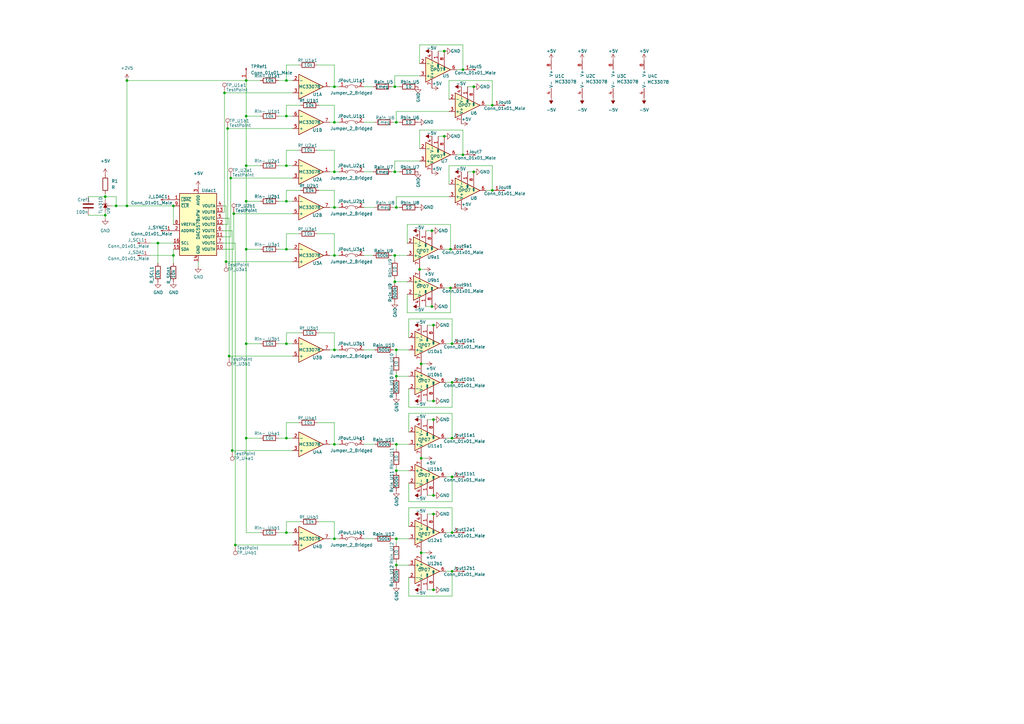
<source format=kicad_sch>
(kicad_sch (version 20211123) (generator eeschema)
  (paper "A3")
  (junction (at 194.31 35.56))
  (junction (at 185.42 218.44))
  (junction (at 161.925 70.485))
  (junction (at 95.25 184.785))
  (junction (at 185.42 195.58))
  (junction (at 172.72 226.695))
  (junction (at 177.8 241.935))
  (junction (at 162.56 231.775))
  (junction (at 184.785 102.235))
  (junction (at 117.475 179.705))
  (junction (at 185.42 179.705))
  (junction (at 137.16 143.51))
  (junction (at 177.8 133.35))
  (junction (at 161.925 115.57))
  (junction (at 117.475 33.02))
  (junction (at 93.98 146.05))
  (junction (at 100.965 102.235))
  (junction (at 117.475 67.945))
  (junction (at 189.865 28.575))
  (junction (at 172.085 110.49))
  (junction (at 117.475 140.97))
  (junction (at 137.16 85.09))
  (junction (at 47.625 84.455))
  (junction (at 162.56 182.245))
  (junction (at 92.075 38.1))
  (junction (at 162.56 220.98))
  (junction (at 92.71 107.315))
  (junction (at 182.245 20.955))
  (junction (at 96.52 223.52))
  (junction (at 117.475 218.44))
  (junction (at 117.475 102.235))
  (junction (at 100.965 82.55))
  (junction (at 185.42 234.315))
  (junction (at 182.245 55.88))
  (junction (at 185.42 140.97))
  (junction (at 189.865 63.5))
  (junction (at 100.965 33.02))
  (junction (at 184.785 118.11))
  (junction (at 100.965 47.625))
  (junction (at 162.56 50.165))
  (junction (at 201.93 78.105))
  (junction (at 177.8 210.82))
  (junction (at 93.345 52.705))
  (junction (at 172.72 187.96))
  (junction (at 94.615 73.025))
  (junction (at 161.925 35.56))
  (junction (at 52.07 33.02))
  (junction (at 137.16 50.165))
  (junction (at 95.885 87.63))
  (junction (at 177.165 94.615))
  (junction (at 71.12 104.775))
  (junction (at 100.965 67.945))
  (junction (at 43.18 80.645))
  (junction (at 137.16 70.485))
  (junction (at 137.16 104.775))
  (junction (at 177.8 164.465))
  (junction (at 137.16 220.98))
  (junction (at 177.165 125.73))
  (junction (at 172.72 149.225))
  (junction (at 194.31 70.485))
  (junction (at 162.56 143.51))
  (junction (at 52.07 84.455))
  (junction (at 117.475 82.55))
  (junction (at 162.56 85.09))
  (junction (at 177.8 203.2))
  (junction (at 71.12 84.455))
  (junction (at 43.18 88.265))
  (junction (at 185.42 156.845))
  (junction (at 162.56 193.04))
  (junction (at 161.925 104.775))
  (junction (at 100.965 179.705))
  (junction (at 201.93 43.18))
  (junction (at 117.475 47.625))
  (junction (at 64.77 99.695))
  (junction (at 137.16 35.56))
  (junction (at 100.965 140.97))
  (junction (at 177.8 172.085))
  (junction (at 162.56 154.305))
  (junction (at 137.16 182.245))
  (wire (pts (xy 174.625 226.695) (xy 172.72 226.695)))
  (wire (pts (xy 161.29 220.98) (xy 162.56 220.98)))
  (wire (pts (xy 175.26 210.82) (xy 177.8 210.82)))
  (wire (pts (xy 130.175 173.355) (xy 137.16 173.355)))
  (wire (pts (xy 161.925 66.04) (xy 172.085 66.04)))
  (wire (pts (xy 100.965 179.705) (xy 100.965 140.97)))
  (wire (pts (xy 117.475 213.995) (xy 123.19 213.995)))
  (wire (pts (xy 174.625 125.73) (xy 177.165 125.73)))
  (wire (pts (xy 185.42 179.705) (xy 185.42 169.545)))
  (wire (pts (xy 185.42 169.545) (xy 167.64 169.545)))
  (wire (pts (xy 201.93 33.02) (xy 184.15 33.02)))
  (wire (pts (xy 135.255 50.165) (xy 137.16 50.165)))
  (wire (pts (xy 94.615 73.025) (xy 94.615 97.155)))
  (wire (pts (xy 117.475 78.105) (xy 117.475 82.55)))
  (wire (pts (xy 117.475 43.18) (xy 123.19 43.18)))
  (wire (pts (xy 199.39 78.105) (xy 201.93 78.105)))
  (wire (pts (xy 175.26 203.2) (xy 177.8 203.2)))
  (wire (pts (xy 162.56 191.77) (xy 162.56 193.04)))
  (wire (pts (xy 43.18 80.645) (xy 43.18 81.915)))
  (wire (pts (xy 137.16 61.595) (xy 137.16 70.485)))
  (wire (pts (xy 167.64 138.43) (xy 167.64 130.81)))
  (wire (pts (xy 137.16 35.56) (xy 135.255 35.56)))
  (wire (pts (xy 172.72 148.59) (xy 172.72 149.225)))
  (wire (pts (xy 184.785 92.075) (xy 167.005 92.075)))
  (wire (pts (xy 100.965 102.235) (xy 106.68 102.235)))
  (wire (pts (xy 184.785 118.11) (xy 184.785 128.27)))
  (wire (pts (xy 184.785 102.235) (xy 184.785 92.075)))
  (wire (pts (xy 172.085 26.035) (xy 172.085 18.415)))
  (wire (pts (xy 45.72 84.455) (xy 47.625 84.455)))
  (wire (pts (xy 162.56 230.505) (xy 162.56 231.775)))
  (wire (pts (xy 139.065 182.245) (xy 137.16 182.245)))
  (wire (pts (xy 43.18 79.375) (xy 43.18 80.645)))
  (wire (pts (xy 161.925 114.3) (xy 161.925 115.57)))
  (wire (pts (xy 100.965 47.625) (xy 106.68 47.625)))
  (wire (pts (xy 185.42 167.005) (xy 167.64 167.005)))
  (wire (pts (xy 139.065 104.775) (xy 137.16 104.775)))
  (wire (pts (xy 149.225 50.165) (xy 153.67 50.165)))
  (wire (pts (xy 162.56 45.72) (xy 184.15 45.72)))
  (wire (pts (xy 61.595 104.775) (xy 71.12 104.775)))
  (wire (pts (xy 201.93 67.945) (xy 184.15 67.945)))
  (wire (pts (xy 117.475 179.705) (xy 120.015 179.705)))
  (wire (pts (xy 71.12 102.235) (xy 71.12 104.775)))
  (wire (pts (xy 117.475 43.18) (xy 117.475 47.625)))
  (wire (pts (xy 61.595 99.695) (xy 64.77 99.695)))
  (wire (pts (xy 160.655 35.56) (xy 161.925 35.56)))
  (wire (pts (xy 114.3 140.97) (xy 117.475 140.97)))
  (wire (pts (xy 137.16 50.165) (xy 139.065 50.165)))
  (wire (pts (xy 189.865 18.415) (xy 172.085 18.415)))
  (wire (pts (xy 189.865 28.575) (xy 189.865 18.415)))
  (wire (pts (xy 117.475 33.02) (xy 120.015 33.02)))
  (wire (pts (xy 185.42 130.81) (xy 167.64 130.81)))
  (wire (pts (xy 64.77 99.695) (xy 71.12 99.695)))
  (wire (pts (xy 167.64 198.12) (xy 167.64 205.74)))
  (wire (pts (xy 162.56 50.165) (xy 163.83 50.165)))
  (wire (pts (xy 122.555 61.595) (xy 117.475 61.595)))
  (wire (pts (xy 43.18 88.265) (xy 43.18 89.535)))
  (wire (pts (xy 161.29 143.51) (xy 162.56 143.51)))
  (wire (pts (xy 100.965 179.705) (xy 100.965 218.44)))
  (wire (pts (xy 36.195 88.265) (xy 43.18 88.265)))
  (wire (pts (xy 100.965 67.945) (xy 100.965 82.55)))
  (wire (pts (xy 91.44 94.615) (xy 95.25 94.615)))
  (wire (pts (xy 182.88 218.44) (xy 185.42 218.44)))
  (wire (pts (xy 161.925 115.57) (xy 167.005 115.57)))
  (wire (pts (xy 179.705 20.955) (xy 182.245 20.955)))
  (wire (pts (xy 135.255 85.09) (xy 137.16 85.09)))
  (wire (pts (xy 162.56 143.51) (xy 167.64 143.51)))
  (wire (pts (xy 100.965 33.02) (xy 106.68 33.02)))
  (wire (pts (xy 161.925 104.775) (xy 161.925 106.68)))
  (wire (pts (xy 182.245 118.11) (xy 184.785 118.11)))
  (wire (pts (xy 179.705 55.88) (xy 182.245 55.88)))
  (wire (pts (xy 93.345 52.705) (xy 120.015 52.705)))
  (wire (pts (xy 100.965 82.55) (xy 106.68 82.55)))
  (wire (pts (xy 117.475 173.355) (xy 117.475 179.705)))
  (wire (pts (xy 172.72 187.325) (xy 172.72 187.96)))
  (wire (pts (xy 117.475 47.625) (xy 120.015 47.625)))
  (wire (pts (xy 92.71 84.455) (xy 92.71 107.315)))
  (wire (pts (xy 92.075 38.1) (xy 92.075 86.995)))
  (wire (pts (xy 92.71 107.315) (xy 120.015 107.315)))
  (wire (pts (xy 149.225 104.775) (xy 153.035 104.775)))
  (wire (pts (xy 100.965 33.02) (xy 100.965 47.625)))
  (wire (pts (xy 174.625 187.96) (xy 172.72 187.96)))
  (wire (pts (xy 93.345 52.705) (xy 93.345 92.075)))
  (wire (pts (xy 114.3 47.625) (xy 117.475 47.625)))
  (wire (pts (xy 167.64 236.855) (xy 167.64 244.475)))
  (wire (pts (xy 71.12 104.775) (xy 71.12 107.95)))
  (wire (pts (xy 130.175 26.67) (xy 137.16 26.67)))
  (wire (pts (xy 95.885 102.235) (xy 95.885 87.63)))
  (wire (pts (xy 175.26 164.465) (xy 177.8 164.465)))
  (wire (pts (xy 149.225 143.51) (xy 153.67 143.51)))
  (wire (pts (xy 137.16 26.67) (xy 137.16 35.56)))
  (wire (pts (xy 92.075 38.1) (xy 120.015 38.1)))
  (wire (pts (xy 117.475 102.235) (xy 120.015 102.235)))
  (wire (pts (xy 100.965 82.55) (xy 100.965 102.235)))
  (wire (pts (xy 187.325 28.575) (xy 189.865 28.575)))
  (wire (pts (xy 185.42 234.315) (xy 185.42 244.475)))
  (wire (pts (xy 172.72 226.06) (xy 172.72 226.695)))
  (wire (pts (xy 175.26 241.935) (xy 177.8 241.935)))
  (wire (pts (xy 167.64 177.165) (xy 167.64 169.545)))
  (wire (pts (xy 95.25 94.615) (xy 95.25 184.785)))
  (wire (pts (xy 184.15 40.64) (xy 184.15 33.02)))
  (wire (pts (xy 100.965 179.705) (xy 106.68 179.705)))
  (wire (pts (xy 162.56 143.51) (xy 162.56 145.415)))
  (wire (pts (xy 174.625 149.225) (xy 172.72 149.225)))
  (wire (pts (xy 161.29 50.165) (xy 162.56 50.165)))
  (wire (pts (xy 117.475 213.995) (xy 117.475 218.44)))
  (wire (pts (xy 191.77 70.485) (xy 194.31 70.485)))
  (wire (pts (xy 117.475 140.97) (xy 120.015 140.97)))
  (wire (pts (xy 185.42 244.475) (xy 167.64 244.475)))
  (wire (pts (xy 201.93 43.18) (xy 201.93 33.02)))
  (wire (pts (xy 160.655 104.775) (xy 161.925 104.775)))
  (wire (pts (xy 137.16 173.355) (xy 137.16 182.245)))
  (wire (pts (xy 189.865 53.34) (xy 172.085 53.34)))
  (wire (pts (xy 71.12 84.455) (xy 71.12 92.075)))
  (wire (pts (xy 162.56 193.04) (xy 162.56 193.675)))
  (wire (pts (xy 167.64 215.9) (xy 167.64 208.28)))
  (wire (pts (xy 95.885 87.63) (xy 120.015 87.63)))
  (wire (pts (xy 162.56 220.98) (xy 162.56 222.885)))
  (wire (pts (xy 191.77 35.56) (xy 194.31 35.56)))
  (wire (pts (xy 137.16 104.775) (xy 135.255 104.775)))
  (wire (pts (xy 185.42 205.74) (xy 167.64 205.74)))
  (wire (pts (xy 91.44 97.155) (xy 94.615 97.155)))
  (wire (pts (xy 114.3 82.55) (xy 117.475 82.55)))
  (wire (pts (xy 162.56 80.645) (xy 162.56 85.09)))
  (wire (pts (xy 185.42 208.28) (xy 167.64 208.28)))
  (wire (pts (xy 162.56 45.72) (xy 162.56 50.165)))
  (wire (pts (xy 117.475 26.67) (xy 117.475 33.02)))
  (wire (pts (xy 174.625 94.615) (xy 177.165 94.615)))
  (wire (pts (xy 182.88 234.315) (xy 185.42 234.315)))
  (wire (pts (xy 100.965 140.97) (xy 100.965 102.235)))
  (wire (pts (xy 184.15 75.565) (xy 184.15 67.945)))
  (wire (pts (xy 172.085 60.96) (xy 172.085 53.34)))
  (wire (pts (xy 47.625 80.645) (xy 43.18 80.645)))
  (wire (pts (xy 91.44 92.075) (xy 93.345 92.075)))
  (wire (pts (xy 189.865 63.5) (xy 189.865 53.34)))
  (wire (pts (xy 162.56 80.645) (xy 184.15 80.645)))
  (wire (pts (xy 114.3 102.235) (xy 117.475 102.235)))
  (wire (pts (xy 137.16 70.485) (xy 135.255 70.485)))
  (wire (pts (xy 130.81 43.18) (xy 137.16 43.18)))
  (wire (pts (xy 139.065 70.485) (xy 137.16 70.485)))
  (wire (pts (xy 117.475 67.945) (xy 120.015 67.945)))
  (wire (pts (xy 161.925 35.56) (xy 163.83 35.56)))
  (wire (pts (xy 149.225 220.98) (xy 153.67 220.98)))
  (wire (pts (xy 117.475 136.525) (xy 123.19 136.525)))
  (wire (pts (xy 117.475 82.55) (xy 120.015 82.55)))
  (wire (pts (xy 137.16 78.105) (xy 137.16 85.09)))
  (wire (pts (xy 182.88 179.705) (xy 185.42 179.705)))
  (wire (pts (xy 135.255 143.51) (xy 137.16 143.51)))
  (wire (pts (xy 184.785 128.27) (xy 167.005 128.27)))
  (wire (pts (xy 201.93 78.105) (xy 201.93 67.945)))
  (wire (pts (xy 100.965 218.44) (xy 106.68 218.44)))
  (wire (pts (xy 162.56 154.305) (xy 167.64 154.305)))
  (wire (pts (xy 117.475 78.105) (xy 123.19 78.105)))
  (wire (pts (xy 137.16 136.525) (xy 137.16 143.51)))
  (wire (pts (xy 94.615 73.025) (xy 120.015 73.025)))
  (wire (pts (xy 114.3 218.44) (xy 117.475 218.44)))
  (wire (pts (xy 162.56 220.98) (xy 167.64 220.98)))
  (wire (pts (xy 130.81 78.105) (xy 137.16 78.105)))
  (wire (pts (xy 117.475 95.885) (xy 117.475 102.235)))
  (wire (pts (xy 91.44 84.455) (xy 92.71 84.455)))
  (wire (pts (xy 172.085 109.855) (xy 172.085 110.49)))
  (wire (pts (xy 167.64 159.385) (xy 167.64 167.005)))
  (wire (pts (xy 43.18 86.995) (xy 43.18 88.265)))
  (wire (pts (xy 137.16 95.885) (xy 137.16 104.775)))
  (wire (pts (xy 149.225 182.245) (xy 153.67 182.245)))
  (wire (pts (xy 185.42 156.845) (xy 185.42 167.005)))
  (wire (pts (xy 199.39 43.18) (xy 201.93 43.18)))
  (wire (pts (xy 162.56 182.245) (xy 162.56 184.15)))
  (wire (pts (xy 167.005 99.695) (xy 167.005 92.075)))
  (wire (pts (xy 122.555 26.67) (xy 117.475 26.67)))
  (wire (pts (xy 162.56 154.305) (xy 162.56 154.94)))
  (wire (pts (xy 64.77 99.695) (xy 64.77 107.95)))
  (wire (pts (xy 182.88 156.845) (xy 185.42 156.845)))
  (wire (pts (xy 161.925 70.485) (xy 163.83 70.485)))
  (wire (pts (xy 100.965 33.02) (xy 52.07 33.02)))
  (wire (pts (xy 161.925 35.56) (xy 161.925 31.115)))
  (wire (pts (xy 122.555 173.355) (xy 117.475 173.355)))
  (wire (pts (xy 137.16 143.51) (xy 139.065 143.51)))
  (wire (pts (xy 182.88 140.97) (xy 185.42 140.97)))
  (wire (pts (xy 137.16 182.245) (xy 135.255 182.245)))
  (wire (pts (xy 173.99 110.49) (xy 172.085 110.49)))
  (wire (pts (xy 185.42 218.44) (xy 185.42 208.28)))
  (wire (pts (xy 139.065 35.56) (xy 137.16 35.56)))
  (wire (pts (xy 47.625 84.455) (xy 52.07 84.455)))
  (wire (pts (xy 93.98 146.05) (xy 120.015 146.05)))
  (wire (pts (xy 120.015 223.52) (xy 96.52 223.52)))
  (wire (pts (xy 161.925 31.115) (xy 172.085 31.115)))
  (wire (pts (xy 36.195 80.645) (xy 43.18 80.645)))
  (wire (pts (xy 117.475 136.525) (xy 117.475 140.97)))
  (wire (pts (xy 137.16 213.995) (xy 137.16 220.98)))
  (wire (pts (xy 91.44 89.535) (xy 93.98 89.535)))
  (wire (pts (xy 91.44 86.995) (xy 92.075 86.995)))
  (wire (pts (xy 81.28 107.315) (xy 81.28 109.22)))
  (wire (pts (xy 52.07 33.02) (xy 52.07 84.455)))
  (wire (pts (xy 114.3 67.945) (xy 117.475 67.945)))
  (wire (pts (xy 96.52 99.695) (xy 96.52 223.52)))
  (wire (pts (xy 117.475 61.595) (xy 117.475 67.945)))
  (wire (pts (xy 100.965 67.945) (xy 106.68 67.945)))
  (wire (pts (xy 130.81 213.995) (xy 137.16 213.995)))
  (wire (pts (xy 52.07 84.455) (xy 71.12 84.455)))
  (wire (pts (xy 149.225 85.09) (xy 153.67 85.09)))
  (wire (pts (xy 185.42 140.97) (xy 185.42 130.81)))
  (wire (pts (xy 47.625 84.455) (xy 47.625 80.645)))
  (wire (pts (xy 187.325 63.5) (xy 189.865 63.5)))
  (wire (pts (xy 182.88 195.58) (xy 185.42 195.58)))
  (wire (pts (xy 137.16 43.18) (xy 137.16 50.165)))
  (wire (pts (xy 117.475 218.44) (xy 120.015 218.44)))
  (wire (pts (xy 162.56 153.035) (xy 162.56 154.305)))
  (wire (pts (xy 100.965 140.97) (xy 106.68 140.97)))
  (wire (pts (xy 114.3 179.705) (xy 117.475 179.705)))
  (wire (pts (xy 162.56 231.775) (xy 162.56 232.41)))
  (wire (pts (xy 130.175 61.595) (xy 137.16 61.595)))
  (wire (pts (xy 130.175 95.885) (xy 137.16 95.885)))
  (wire (pts (xy 137.16 85.09) (xy 139.065 85.09)))
  (wire (pts (xy 135.255 220.98) (xy 137.16 220.98)))
  (wire (pts (xy 91.44 102.235) (xy 95.885 102.235)))
  (wire (pts (xy 161.925 104.775) (xy 167.005 104.775)))
  (wire (pts (xy 91.44 99.695) (xy 96.52 99.695)))
  (wire (pts (xy 162.56 193.04) (xy 167.64 193.04)))
  (wire (pts (xy 122.555 95.885) (xy 117.475 95.885)))
  (wire (pts (xy 130.81 136.525) (xy 137.16 136.525)))
  (wire (pts (xy 160.655 70.485) (xy 161.925 70.485)))
  (wire (pts (xy 162.56 182.245) (xy 167.64 182.245)))
  (wire (pts (xy 175.26 133.35) (xy 177.8 133.35)))
  (wire (pts (xy 95.25 184.785) (xy 120.015 184.785)))
  (wire (pts (xy 100.965 47.625) (xy 100.965 67.945)))
  (wire (pts (xy 167.005 120.65) (xy 167.005 128.27)))
  (wire (pts (xy 161.925 115.57) (xy 161.925 116.205)))
  (wire (pts (xy 93.98 89.535) (xy 93.98 146.05)))
  (wire (pts (xy 149.225 70.485) (xy 153.035 70.485)))
  (wire (pts (xy 185.42 195.58) (xy 185.42 205.74)))
  (wire (pts (xy 161.29 182.245) (xy 162.56 182.245)))
  (wire (pts (xy 149.225 35.56) (xy 153.035 35.56)))
  (wire (pts (xy 162.56 231.775) (xy 167.64 231.775)))
  (wire (pts (xy 161.29 85.09) (xy 162.56 85.09)))
  (wire (pts (xy 182.245 102.235) (xy 184.785 102.235)))
  (wire (pts (xy 175.26 172.085) (xy 177.8 172.085)))
  (wire (pts (xy 114.3 33.02) (xy 117.475 33.02)))
  (wire (pts (xy 162.56 85.09) (xy 163.83 85.09)))
  (wire (pts (xy 137.16 220.98) (xy 139.065 220.98)))
  (wire (pts (xy 161.925 70.485) (xy 161.925 66.04)))
  (symbol (lib_id "Amplifier_Operational:MC33078") (at 127.635 35.56 0) (mirror x) (unit 1)
    (property "Reference" "U1" (at 130.175 38.735 0))
    (property "Value" "MC33078" (at 127 35.56 0))
    (property "Footprint" "Package_DIP:DIP-8_W7.62mm_Socket_LongPads" (effects hide))
    (property "Datasheet" "https://www.onsemi.com/pub/Collateral/MC33078-D.PDF" (effects hide))
  )
  (symbol (lib_id "Amplifier_Operational:MC33078") (at 127.635 50.165 0) (mirror x) (unit 2)
    (property "Reference" "U1" (at 130.175 53.34 0))
    (property "Value" "MC33078" (at 127 50.165 0))
    (property "Footprint" "Package_DIP:DIP-8_W7.62mm_Socket_LongPads" (effects hide))
    (property "Datasheet" "https://www.onsemi.com/pub/Collateral/MC33078-D.PDF" (effects hide))
  )
  (symbol (lib_id "Amplifier_Operational:MC33078") (at 228.6 32.385 0) (unit 3)
    (property "Reference" "U1" (at 227.5332 31.2166 0) (effects (justify left)))
    (property "Value" "MC33078" (at 227.5332 33.528 0) (effects (justify left)))
    (property "Footprint" "Package_DIP:DIP-8_W7.62mm_Socket_LongPads" (effects hide))
    (property "Datasheet" "https://www.onsemi.com/pub/Collateral/MC33078-D.PDF" (effects hide))
  )
  (symbol (lib_id "Amplifier_Operational:MC33078") (at 241.3 32.385 0) (unit 3)
    (property "Reference" "U2" (at 240.2332 31.2166 0) (effects (justify left)))
    (property "Value" "MC33078" (at 240.2332 33.528 0) (effects (justify left)))
    (property "Footprint" "Package_DIP:DIP-8_W7.62mm_Socket_LongPads" (effects hide))
    (property "Datasheet" "https://www.onsemi.com/pub/Collateral/MC33078-D.PDF" (effects hide))
  )
  (symbol (lib_id "Amplifier_Operational:MC33078") (at 266.7 32.385 0) (unit 3)
    (property "Reference" "U4" (at 265.6332 31.2166 0) (effects (justify left)))
    (property "Value" "MC33078" (at 265.43 33.655 0) (effects (justify left)))
    (property "Footprint" "Package_DIP:DIP-8_W7.62mm_Socket_LongPads" (effects hide))
    (property "Datasheet" "https://www.onsemi.com/pub/Collateral/MC33078-D.PDF" (effects hide))
  )
  (symbol (lib_id "Amplifier_Operational:MC33078") (at 254 32.385 0) (unit 3)
    (property "Reference" "U3" (at 252.9332 31.2166 0) (effects (justify left)))
    (property "Value" "MC33078" (at 252.9332 33.528 0) (effects (justify left)))
    (property "Footprint" "Package_DIP:DIP-8_W7.62mm_Socket_LongPads" (effects hide))
    (property "Datasheet" "https://www.onsemi.com/pub/Collateral/MC33078-D.PDF" (effects hide))
  )
  (symbol (lib_id "Device:R") (at 110.49 47.625 90) (unit 1)
    (property "Reference" "Rin-_U1b1" (at 114.935 45.72 90) (effects (justify left)))
    (property "Value" "10k" (at 112.395 47.625 90) (effects (justify left)))
    (property "Footprint" "Resistor_THT:R_Axial_DIN0207_L6.3mm_D2.5mm_P10.16mm_Horizontal" (effects hide))
  )
  (symbol (lib_id "Device:R") (at 127 43.18 90) (unit 1)
    (property "Reference" "Rf_U1b1" (at 130.81 41.275 90) (effects (justify left)))
    (property "Value" "10k" (at 128.905 43.18 90) (effects (justify left)))
    (property "Footprint" "Resistor_THT:R_Axial_DIN0207_L6.3mm_D2.5mm_P10.16mm_Horizontal" (effects hide))
  )
  (symbol (lib_id "Device:R") (at 157.48 50.165 90) (unit 1)
    (property "Reference" "Rain_U6" (at 161.925 48.26 90) (effects (justify left)))
    (property "Value" "1meg" (at 160.02 50.165 90) (effects (justify left)))
    (property "Footprint" "Resistor_SMD:R_2010_5025Metric_Pad1.40x2.65mm_HandSolder" (effects hide))
  )
  (symbol (lib_id "Device:R") (at 167.64 50.165 90) (unit 1)
    (property "Reference" "Rbin_U6" (at 172.085 48.26 90) (effects (justify left)))
    (property "Value" "10" (at 168.91 50.165 90) (effects (justify left)))
    (property "Footprint" "Resistor_SMD:R_2010_5025Metric_Pad1.40x2.65mm_HandSolder" (effects hide))
  )
  (symbol (lib_id "Device:R") (at 126.365 26.67 90) (unit 1)
    (property "Reference" "Rf_U1a1" (at 130.175 24.765 90) (effects (justify left)))
    (property "Value" "10k" (at 128.27 26.67 90) (effects (justify left)))
    (property "Footprint" "Resistor_THT:R_Axial_DIN0207_L6.3mm_D2.5mm_P10.16mm_Horizontal" (effects hide))
  )
  (symbol (lib_id "Device:R") (at 156.845 35.56 90) (unit 1)
    (property "Reference" "Rain_U5" (at 161.29 33.655 90) (effects (justify left)))
    (property "Value" "1meg" (at 159.385 35.56 90) (effects (justify left)))
    (property "Footprint" "Resistor_SMD:R_2010_5025Metric_Pad1.40x2.65mm_HandSolder" (effects hide))
  )
  (symbol (lib_id "Device:R") (at 167.64 35.56 90) (unit 1)
    (property "Reference" "Rbin_U5" (at 172.085 33.655 90) (effects (justify left)))
    (property "Value" "10" (at 168.91 35.56 90) (effects (justify left)))
    (property "Footprint" "Resistor_SMD:R_2010_5025Metric_Pad1.40x2.65mm_HandSolder" (effects hide))
  )
  (symbol (lib_id "Device:R") (at 110.49 33.02 90) (unit 1)
    (property "Reference" "Rin-_U1a1" (at 114.935 31.115 90) (effects (justify left)))
    (property "Value" "10k" (at 112.395 33.02 90) (effects (justify left)))
    (property "Footprint" "Resistor_THT:R_Axial_DIN0207_L6.3mm_D2.5mm_P10.16mm_Horizontal" (effects hide))
  )
  (symbol (lib_id "Analog_DAC:DAC5578xPW") (at 81.28 92.075 0) (unit 1)
    (property "Reference" "Udac1" (at 85.725 78.105 0))
    (property "Value" "DAC5578xPW" (at 81.28 92.075 90))
    (property "Footprint" "Package_SO:TSSOP-16_4.4x5mm_P0.65mm" (effects hide))
    (property "Datasheet" "http://www.ti.com/lit/ds/symlink/dac5578.pdf" (effects hide))
  )
  (symbol (lib_id "power:+5V") (at 226.06 24.765 0) (unit 1)
    (property "Reference" "#PWR0112" (effects hide))
    (property "Value" "+5V" (at 226.06 20.955 0))
  )
  (symbol (lib_id "power:+5V") (at 238.76 24.765 0) (unit 1)
    (property "Reference" "#PWR0113" (effects hide))
    (property "Value" "+5V" (at 238.76 20.955 0))
  )
  (symbol (lib_id "power:+5V") (at 264.16 24.765 0) (unit 1)
    (property "Reference" "#PWR0123" (effects hide))
    (property "Value" "+5V" (at 264.16 20.955 0))
  )
  (symbol (lib_id "power:+5V") (at 251.46 24.765 0) (unit 1)
    (property "Reference" "#PWR0120" (effects hide))
    (property "Value" "+5V" (at 251.46 20.955 0))
  )
  (symbol (lib_id "power:GND") (at 64.77 115.57 0) (unit 1)
    (property "Reference" "#PWR0104" (effects hide))
    (property "Value" "GND" (at 64.897 119.9642 0))
  )
  (symbol (lib_id "power:GND") (at 71.12 115.57 0) (unit 1)
    (property "Reference" "#PWR0106" (effects hide))
    (property "Value" "GND" (at 71.247 119.9642 0))
  )
  (symbol (lib_id "Connector:Conn_01x01_Male") (at 207.01 78.105 180) (unit 1)
    (property "Reference" "Jout8" (at 207.01 76.835 0))
    (property "Value" "Conn_01x01_Male" (at 207.01 79.375 0))
    (property "Footprint" "Connector_PinHeader_2.54mm:PinHeader_1x01_P2.54mm_Vertical" (effects hide))
  )
  (symbol (lib_id "Amplifier_Operational:OP07") (at 175.26 140.97 0) (mirror x) (unit 1)
    (property "Reference" "U10a1" (at 178.435 144.145 0))
    (property "Value" "OP07" (at 173.99 141.605 0))
    (property "Footprint" "Package_DIP:DIP-8_W7.62mm_Socket_LongPads" (effects hide))
    (property "Datasheet" "https://www.analog.com/media/en/technical-documentation/data-sheets/OP07.pdf" (effects hide))
  )
  (symbol (lib_id "Amplifier_Operational:MC33078") (at 127.635 85.09 0) (mirror x) (unit 2)
    (property "Reference" "U2" (at 130.175 88.265 0))
    (property "Value" "MC33078" (at 127 85.09 0))
    (property "Footprint" "Package_DIP:DIP-8_W7.62mm_Socket_LongPads" (effects hide))
    (property "Datasheet" "https://www.onsemi.com/pub/Collateral/MC33078-D.PDF" (effects hide))
  )
  (symbol (lib_id "power:-5V") (at 189.23 35.56 90) (mirror x) (unit 1)
    (property "Reference" "#PWR0128" (effects hide))
    (property "Value" "-5V" (at 191.135 34.29 90) (effects (justify left)))
  )
  (symbol (lib_id "Device:R") (at 71.12 111.76 180) (unit 1)
    (property "Reference" "R_SDA1" (at 69.215 109.22 90) (effects (justify left)))
    (property "Value" "10k" (at 71.12 110.49 90) (effects (justify left)))
    (property "Footprint" "Resistor_THT:R_Axial_DIN0207_L6.3mm_D2.5mm_P10.16mm_Horizontal" (effects hide))
  )
  (symbol (lib_id "power:-5V") (at 172.72 203.2 90) (unit 1)
    (property "Reference" "#PWR0137" (effects hide))
    (property "Value" "-5V" (at 174.625 204.47 90) (effects (justify left)))
  )
  (symbol (lib_id "Jumper:Jumper_2_Bridged") (at 144.145 70.485 0) (unit 1)
    (property "Reference" "JPout_U2a1" (at 144.145 67.945 0))
    (property "Value" "Jumper_2_Bridged" (at 144.145 73.025 0))
    (property "Footprint" "Connector_PinHeader_2.54mm:PinHeader_1x02_P2.54mm_Vertical" (effects hide))
  )
  (symbol (lib_id "Connector:Conn_01x01_Male") (at 189.865 102.235 180) (unit 1)
    (property "Reference" "Jout9a1" (at 189.865 100.965 0))
    (property "Value" "Conn_01x01_Male" (at 189.865 103.505 0))
    (property "Footprint" "Connector_PinHeader_2.54mm:PinHeader_1x01_P2.54mm_Vertical" (effects hide))
  )
  (symbol (lib_id "Device:R") (at 127 213.995 90) (unit 1)
    (property "Reference" "Rf_U4b1" (at 130.81 212.09 90) (effects (justify left)))
    (property "Value" "10k" (at 128.905 213.995 90) (effects (justify left)))
    (property "Footprint" "Resistor_THT:R_Axial_DIN0207_L6.3mm_D2.5mm_P10.16mm_Horizontal" (effects hide))
  )
  (symbol (lib_id "Jumper:Jumper_2_Bridged") (at 144.145 182.245 0) (unit 1)
    (property "Reference" "JPout_U4a1" (at 144.145 179.705 0))
    (property "Value" "Jumper_2_Bridged" (at 144.145 184.785 0))
    (property "Footprint" "Connector_PinHeader_2.54mm:PinHeader_1x02_P2.54mm_Vertical" (effects hide))
  )
  (symbol (lib_id "Amplifier_Operational:MC33078") (at 127.635 220.98 0) (mirror x) (unit 2)
    (property "Reference" "U4" (at 130.175 224.155 0))
    (property "Value" "MC33078" (at 127 220.98 0))
    (property "Footprint" "Package_DIP:DIP-8_W7.62mm_Socket_LongPads" (effects hide))
    (property "Datasheet" "https://www.onsemi.com/pub/Collateral/MC33078-D.PDF" (effects hide))
  )
  (symbol (lib_id "Connector:Conn_01x01_Male") (at 56.515 99.695 0) (unit 1)
    (property "Reference" "J_SCL1" (at 55.88 98.425 0))
    (property "Value" "Conn_01x01_Male" (at 52.705 100.965 0))
    (property "Footprint" "Connector_PinHeader_2.54mm:PinHeader_1x01_P2.54mm_Vertical" (effects hide))
  )
  (symbol (lib_id "Connector:Conn_01x01_Male") (at 189.865 118.11 180) (unit 1)
    (property "Reference" "Jout9b1" (at 189.865 116.84 0))
    (property "Value" "Conn_01x01_Male" (at 189.865 119.38 0))
    (property "Footprint" "Connector_PinHeader_2.54mm:PinHeader_1x01_P2.54mm_Vertical" (effects hide))
  )
  (symbol (lib_id "Amplifier_Operational:MC33078") (at 127.635 104.775 0) (mirror x) (unit 1)
    (property "Reference" "U3" (at 130.175 107.95 0))
    (property "Value" "MC33078" (at 127 104.775 0))
    (property "Footprint" "Package_DIP:DIP-8_W7.62mm_Socket_LongPads" (effects hide))
    (property "Datasheet" "https://www.onsemi.com/pub/Collateral/MC33078-D.PDF" (effects hide))
  )
  (symbol (lib_id "power:-5V") (at 172.72 172.085 90) (mirror x) (unit 1)
    (property "Reference" "#PWR0138" (effects hide))
    (property "Value" "-5V" (at 174.625 170.815 90) (effects (justify left)))
  )
  (symbol (lib_id "Connector:Conn_01x01_Male") (at 190.5 179.705 180) (unit 1)
    (property "Reference" "Jout11a1" (at 190.5 178.435 0))
    (property "Value" "Conn_01x01_Male" (at 190.5 180.975 0))
    (property "Footprint" "Connector_PinHeader_2.54mm:PinHeader_1x01_P2.54mm_Vertical" (effects hide))
  )
  (symbol (lib_id "power:+5V") (at 174.625 187.96 270) (unit 1)
    (property "Reference" "#PWR0139" (effects hide))
    (property "Value" "+5V" (at 174.625 189.865 90) (effects (justify left)))
  )
  (symbol (lib_id "Connector:Conn_01x01_Male") (at 190.5 156.845 180) (unit 1)
    (property "Reference" "Jout10b1" (at 190.5 155.575 0))
    (property "Value" "Conn_01x01_Male" (at 190.5 158.115 0))
    (property "Footprint" "Connector_PinHeader_2.54mm:PinHeader_1x01_P2.54mm_Vertical" (effects hide))
  )
  (symbol (lib_id "Device:R") (at 126.365 95.885 90) (unit 1)
    (property "Reference" "Rf_U3a1" (at 130.175 93.98 90) (effects (justify left)))
    (property "Value" "10k" (at 128.27 95.885 90) (effects (justify left)))
    (property "Footprint" "Resistor_THT:R_Axial_DIN0207_L6.3mm_D2.5mm_P10.16mm_Horizontal" (effects hide))
  )
  (symbol (lib_id "power:-5V") (at 172.085 94.615 90) (mirror x) (unit 1)
    (property "Reference" "#PWR0114" (effects hide))
    (property "Value" "-5V" (at 173.99 93.345 90) (effects (justify left)))
  )
  (symbol (lib_id "power:GND") (at 177.8 172.085 90) (mirror x) (unit 1)
    (property "Reference" "#PWR0135" (effects hide))
    (property "Value" "GND" (at 180.34 172.085 90) (effects (justify right)))
  )
  (symbol (lib_id "Device:R") (at 127 136.525 90) (unit 1)
    (property "Reference" "Rf_U3b1" (at 130.81 134.62 90) (effects (justify left)))
    (property "Value" "10k" (at 128.905 136.525 90) (effects (justify left)))
    (property "Footprint" "Resistor_THT:R_Axial_DIN0207_L6.3mm_D2.5mm_P10.16mm_Horizontal" (effects hide))
  )
  (symbol (lib_id "power:GND") (at 171.45 85.09 90) (unit 1)
    (property "Reference" "#PWR0124" (effects hide))
    (property "Value" "GND" (at 175.8442 84.963 90))
  )
  (symbol (lib_id "power:GND") (at 194.31 70.485 90) (mirror x) (unit 1)
    (property "Reference" "#PWR0108" (effects hide))
    (property "Value" "GND" (at 196.85 70.485 90) (effects (justify right)))
  )
  (symbol (lib_id "power:GND") (at 177.8 164.465 90) (unit 1)
    (property "Reference" "#PWR0141" (effects hide))
    (property "Value" "GND" (at 180.34 164.465 90) (effects (justify right)))
  )
  (symbol (lib_id "Connector:TestPoint") (at 92.075 38.1 0) (unit 1)
    (property "Reference" "TP_U1a1" (at 92.71 34.925 0) (effects (justify left)))
    (property "Value" "TestPoint" (at 92.71 36.83 0) (effects (justify left)))
    (property "Footprint" "TestPoint:TestPoint_Pad_4.0x4.0mm" (effects hide))
  )
  (symbol (lib_id "Connector:Conn_01x01_Male") (at 66.04 81.915 0) (unit 1)
    (property "Reference" "J_LDAC1" (at 64.77 80.645 0))
    (property "Value" "Conn_01x01_Male" (at 62.23 83.185 0))
    (property "Footprint" "Connector_PinHeader_2.54mm:PinHeader_1x01_P2.54mm_Vertical" (effects hide))
  )
  (symbol (lib_id "Jumper:Jumper_2_Bridged") (at 144.145 50.165 0) (unit 1)
    (property "Reference" "JPout_U1b1" (at 144.145 47.625 0))
    (property "Value" "Jumper_2_Bridged" (at 144.145 52.705 0))
    (property "Footprint" "Connector_PinHeader_2.54mm:PinHeader_1x02_P2.54mm_Vertical" (effects hide))
  )
  (symbol (lib_id "Connector:Conn_01x01_Male") (at 56.515 104.775 0) (unit 1)
    (property "Reference" "J_SDA1" (at 55.88 103.505 0))
    (property "Value" "Conn_01x01_Male" (at 52.705 106.045 0))
    (property "Footprint" "Connector_PinHeader_2.54mm:PinHeader_1x01_P2.54mm_Vertical" (effects hide))
  )
  (symbol (lib_id "Connector:TestPoint") (at 92.71 107.315 180) (unit 1)
    (property "Reference" "TP_U3a1" (at 101.6 110.49 0) (effects (justify left)))
    (property "Value" "TestPoint" (at 102.235 108.585 0) (effects (justify left)))
    (property "Footprint" "TestPoint:TestPoint_Pad_4.0x4.0mm" (effects hide))
  )
  (symbol (lib_id "power:-5V") (at 177.165 20.955 90) (mirror x) (unit 1)
    (property "Reference" "#PWR0122" (effects hide))
    (property "Value" "-5V" (at 179.07 19.685 90) (effects (justify left)))
  )
  (symbol (lib_id "power:+5V") (at 174.625 149.225 270) (unit 1)
    (property "Reference" "#PWR0146" (effects hide))
    (property "Value" "+5V" (at 174.625 151.13 90) (effects (justify left)))
  )
  (symbol (lib_id "power:-5V") (at 251.46 40.005 180) (unit 1)
    (property "Reference" "#PWR0131" (effects hide))
    (property "Value" "-5V" (at 251.46 45.085 0))
  )
  (symbol (lib_id "Device:C") (at 36.195 84.455 0) (unit 1)
    (property "Reference" "Cref1" (at 31.75 81.915 0) (effects (justify left)))
    (property "Value" "100n" (at 31.115 86.995 0) (effects (justify left)))
    (property "Footprint" "Capacitor_THT:C_Disc_D5.0mm_W2.5mm_P5.00mm" (effects hide))
  )
  (symbol (lib_id "Amplifier_Operational:OP07") (at 191.77 78.105 0) (mirror x) (unit 1)
    (property "Reference" "U8" (at 194.31 81.28 0))
    (property "Value" "OP07" (at 190.5 78.105 0))
    (property "Footprint" "Package_DIP:DIP-8_W7.62mm_Socket_LongPads" (effects hide))
    (property "Datasheet" "https://www.analog.com/media/en/technical-documentation/data-sheets/OP07.pdf" (effects hide))
  )
  (symbol (lib_id "Connector:TestPoint") (at 93.345 52.705 0) (unit 1)
    (property "Reference" "TP_U1b1" (at 93.98 49.53 0) (effects (justify left)))
    (property "Value" "TestPoint" (at 93.98 51.435 0) (effects (justify left)))
    (property "Footprint" "TestPoint:TestPoint_Pad_4.0x4.0mm" (effects hide))
  )
  (symbol (lib_id "power:GND") (at 194.31 35.56 90) (mirror x) (unit 1)
    (property "Reference" "#PWR0129" (effects hide))
    (property "Value" "GND" (at 196.85 35.56 90) (effects (justify right)))
  )
  (symbol (lib_id "power:GND") (at 81.28 109.22 0) (unit 1)
    (property "Reference" "#PWR0105" (effects hide))
    (property "Value" "GND" (at 81.407 113.6142 0))
  )
  (symbol (lib_id "Connector:Conn_01x01_Male") (at 207.01 43.18 180) (unit 1)
    (property "Reference" "Jout6" (at 207.01 41.91 0))
    (property "Value" "Conn_01x01_Male" (at 207.01 44.45 0))
    (property "Footprint" "Connector_PinHeader_2.54mm:PinHeader_1x01_P2.54mm_Vertical" (effects hide))
  )
  (symbol (lib_id "Device:R") (at 162.56 149.225 180) (unit 1)
    (property "Reference" "Rbin_U10" (at 160.655 144.78 90) (effects (justify left)))
    (property "Value" "10" (at 162.56 147.955 90) (effects (justify left)))
    (property "Footprint" "Resistor_SMD:R_2010_5025Metric_Pad1.40x2.65mm_HandSolder" (effects hide))
  )
  (symbol (lib_id "power:GND") (at 177.165 94.615 90) (mirror x) (unit 1)
    (property "Reference" "#PWR0118" (effects hide))
    (property "Value" "GND" (at 179.705 94.615 90) (effects (justify right)))
  )
  (symbol (lib_id "Connector:Conn_01x01_Male") (at 190.5 234.315 180) (unit 1)
    (property "Reference" "Jout12b1" (at 190.5 233.045 0))
    (property "Value" "Conn_01x01_Male" (at 190.5 235.585 0))
    (property "Footprint" "Connector_PinHeader_2.54mm:PinHeader_1x01_P2.54mm_Vertical" (effects hide))
  )
  (symbol (lib_id "Device:R") (at 162.56 197.485 180) (unit 1)
    (property "Reference" "Rcin_U11" (at 160.655 197.485 90))
    (property "Value" "500k" (at 162.56 197.485 90))
    (property "Footprint" "Resistor_SMD:R_2010_5025Metric_Pad1.40x2.65mm_HandSolder" (effects hide))
  )
  (symbol (lib_id "Device:R") (at 110.49 67.945 90) (unit 1)
    (property "Reference" "Rin-_U2a1" (at 114.935 66.04 90) (effects (justify left)))
    (property "Value" "10k" (at 112.395 67.945 90) (effects (justify left)))
    (property "Footprint" "Resistor_THT:R_Axial_DIN0207_L6.3mm_D2.5mm_P10.16mm_Horizontal" (effects hide))
  )
  (symbol (lib_id "Device:R") (at 161.925 110.49 180) (unit 1)
    (property "Reference" "Rbin_U9" (at 160.02 106.045 90) (effects (justify left)))
    (property "Value" "10" (at 161.925 109.22 90) (effects (justify left)))
    (property "Footprint" "Resistor_SMD:R_2010_5025Metric_Pad1.40x2.65mm_HandSolder" (effects hide))
  )
  (symbol (lib_id "Device:R") (at 110.49 102.235 90) (unit 1)
    (property "Reference" "Rin-_U3a1" (at 114.935 100.33 90) (effects (justify left)))
    (property "Value" "10k" (at 112.395 102.235 90) (effects (justify left)))
    (property "Footprint" "Resistor_THT:R_Axial_DIN0207_L6.3mm_D2.5mm_P10.16mm_Horizontal" (effects hide))
  )
  (symbol (lib_id "Jumper:Jumper_2_Bridged") (at 144.145 220.98 0) (unit 1)
    (property "Reference" "JPout_U4b1" (at 144.145 218.44 0))
    (property "Value" "Jumper_2_Bridged" (at 144.145 223.52 0))
    (property "Footprint" "Connector_PinHeader_2.54mm:PinHeader_1x02_P2.54mm_Vertical" (effects hide))
  )
  (symbol (lib_id "power:GND") (at 43.18 89.535 0) (unit 1)
    (property "Reference" "#PWR0102" (effects hide))
    (property "Value" "GND" (at 43.18 94.615 0))
  )
  (symbol (lib_id "Connector:TestPoint") (at 93.98 146.05 180) (unit 1)
    (property "Reference" "TP_U3b1" (at 102.87 149.225 0) (effects (justify left)))
    (property "Value" "TestPoint" (at 103.505 147.32 0) (effects (justify left)))
    (property "Footprint" "TestPoint:TestPoint_Pad_4.0x4.0mm" (effects hide))
  )
  (symbol (lib_id "Jumper:Jumper_2_Bridged") (at 144.145 85.09 0) (unit 1)
    (property "Reference" "JPout_U2b1" (at 144.145 82.55 0))
    (property "Value" "Jumper_2_Bridged" (at 144.145 87.63 0))
    (property "Footprint" "Connector_PinHeader_2.54mm:PinHeader_1x02_P2.54mm_Vertical" (effects hide))
  )
  (symbol (lib_id "Amplifier_Operational:OP07") (at 175.26 195.58 0) (unit 1)
    (property "Reference" "U11b1" (at 178.435 192.405 0))
    (property "Value" "OP07" (at 173.99 194.945 0))
    (property "Footprint" "Package_DIP:DIP-8_W7.62mm_Socket_LongPads" (effects hide))
    (property "Datasheet" "https://www.analog.com/media/en/technical-documentation/data-sheets/OP07.pdf" (effects hide))
  )
  (symbol (lib_id "Device:R") (at 110.49 140.97 90) (unit 1)
    (property "Reference" "Rin-_U3b1" (at 114.935 139.065 90) (effects (justify left)))
    (property "Value" "10k" (at 112.395 140.97 90) (effects (justify left)))
    (property "Footprint" "Resistor_THT:R_Axial_DIN0207_L6.3mm_D2.5mm_P10.16mm_Horizontal" (effects hide))
  )
  (symbol (lib_id "Device:R") (at 162.56 236.22 180) (unit 1)
    (property "Reference" "Rcin_U12" (at 160.655 236.22 90))
    (property "Value" "500k" (at 162.56 236.22 90))
    (property "Footprint" "Resistor_SMD:R_2010_5025Metric_Pad1.40x2.65mm_HandSolder" (effects hide))
  )
  (symbol (lib_id "power:+2V5") (at 52.07 33.02 0) (unit 1)
    (property "Reference" "#PWR?" (effects hide))
    (property "Value" "+2V5" (at 52.07 27.94 0))
  )
  (symbol (lib_id "Connector:TestPoint") (at 96.52 223.52 180) (unit 1)
    (property "Reference" "TP_U4b1" (at 105.41 226.695 0) (effects (justify left)))
    (property "Value" "TestPoint" (at 106.045 224.79 0) (effects (justify left)))
    (property "Footprint" "TestPoint:TestPoint_Pad_4.0x4.0mm" (effects hide))
  )
  (symbol (lib_id "Connector:TestPoint") (at 95.25 184.785 180) (unit 1)
    (property "Reference" "TP_U4a1" (at 104.14 187.96 0) (effects (justify left)))
    (property "Value" "TestPoint" (at 104.775 186.055 0) (effects (justify left)))
    (property "Footprint" "TestPoint:TestPoint_Pad_4.0x4.0mm" (effects hide))
  )
  (symbol (lib_id "power:-5V") (at 264.16 40.005 180) (unit 1)
    (property "Reference" "#PWR0132" (effects hide))
    (property "Value" "-5V" (at 264.16 45.085 0))
  )
  (symbol (lib_id "power:+5V") (at 43.18 71.755 0) (unit 1)
    (property "Reference" "#PWR0103" (effects hide))
    (property "Value" "+5V" (at 43.18 66.04 0))
  )
  (symbol (lib_id "Amplifier_Operational:OP07") (at 191.77 43.18 0) (mirror x) (unit 1)
    (property "Reference" "U6" (at 194.31 46.355 0))
    (property "Value" "OP07" (at 190.5 43.18 0))
    (property "Footprint" "Package_DIP:DIP-8_W7.62mm_Socket_LongPads" (effects hide))
    (property "Datasheet" "https://www.analog.com/media/en/technical-documentation/data-sheets/OP07.pdf" (effects hide))
  )
  (symbol (lib_id "Connector:Conn_01x01_Male") (at 194.945 63.5 180) (unit 1)
    (property "Reference" "Jout7" (at 194.945 62.23 0))
    (property "Value" "Conn_01x01_Male" (at 194.945 64.77 0))
    (property "Footprint" "Connector_PinHeader_2.54mm:PinHeader_1x01_P2.54mm_Vertical" (effects hide))
  )
  (symbol (lib_id "power:GND") (at 177.165 125.73 90) (unit 1)
    (property "Reference" "#PWR0143" (effects hide))
    (property "Value" "GND" (at 179.705 125.73 90) (effects (justify right)))
  )
  (symbol (lib_id "power:-5V") (at 177.165 55.88 90) (mirror x) (unit 1)
    (property "Reference" "#PWR0115" (effects hide))
    (property "Value" "-5V" (at 179.07 54.61 90) (effects (justify left)))
  )
  (symbol (lib_id "power:GND") (at 162.56 162.56 0) (unit 1)
    (property "Reference" "#PWR0147" (effects hide))
    (property "Value" "GND" (at 162.687 166.9542 90))
  )
  (symbol (lib_id "Device:R") (at 162.56 187.96 180) (unit 1)
    (property "Reference" "Rbin_U11" (at 160.655 183.515 90) (effects (justify left)))
    (property "Value" "10" (at 162.56 186.69 90) (effects (justify left)))
    (property "Footprint" "Resistor_SMD:R_2010_5025Metric_Pad1.40x2.65mm_HandSolder" (effects hide))
  )
  (symbol (lib_id "Device:R") (at 64.77 111.76 180) (unit 1)
    (property "Reference" "R_SCL1" (at 62.23 109.22 90) (effects (justify left)))
    (property "Value" "10k" (at 64.77 110.49 90) (effects (justify left)))
    (property "Footprint" "Resistor_THT:R_Axial_DIN0207_L6.3mm_D2.5mm_P10.16mm_Horizontal" (effects hide))
  )
  (symbol (lib_id "Amplifier_Operational:OP07") (at 175.26 218.44 0) (mirror x) (unit 1)
    (property "Reference" "U12a1" (at 178.435 221.615 0))
    (property "Value" "OP07" (at 173.99 219.075 0))
    (property "Footprint" "Package_DIP:DIP-8_W7.62mm_Socket_LongPads" (effects hide))
    (property "Datasheet" "https://www.analog.com/media/en/technical-documentation/data-sheets/OP07.pdf" (effects hide))
  )
  (symbol (lib_id "power:+5V") (at 189.23 85.725 270) (mirror x) (unit 1)
    (property "Reference" "#PWR0109" (effects hide))
    (property "Value" "+5V" (at 189.23 83.82 90) (effects (justify left)))
  )
  (symbol (lib_id "power:+5V") (at 177.165 71.12 270) (mirror x) (unit 1)
    (property "Reference" "#PWR0116" (effects hide))
    (property "Value" "+5V" (at 177.165 69.215 90) (effects (justify left)))
  )
  (symbol (lib_id "power:-5V") (at 172.72 164.465 90) (unit 1)
    (property "Reference" "#PWR0145" (effects hide))
    (property "Value" "-5V" (at 174.625 165.735 90) (effects (justify left)))
  )
  (symbol (lib_id "Device:R") (at 156.845 70.485 90) (unit 1)
    (property "Reference" "Rain_U7" (at 161.29 68.58 90) (effects (justify left)))
    (property "Value" "1meg" (at 159.385 70.485 90) (effects (justify left)))
    (property "Footprint" "Resistor_SMD:R_2010_5025Metric_Pad1.40x2.65mm_HandSolder" (effects hide))
  )
  (symbol (lib_id "Connector:Conn_01x01_Male") (at 190.5 140.97 180) (unit 1)
    (property "Reference" "Jout10a1" (at 190.5 139.7 0))
    (property "Value" "Conn_01x01_Male" (at 190.5 142.24 0))
    (property "Footprint" "Connector_PinHeader_2.54mm:PinHeader_1x01_P2.54mm_Vertical" (effects hide))
  )
  (symbol (lib_id "Device:R") (at 157.48 182.245 90) (unit 1)
    (property "Reference" "Rain_U11" (at 161.925 180.34 90) (effects (justify left)))
    (property "Value" "500k" (at 160.02 182.245 90) (effects (justify left)))
    (property "Footprint" "Resistor_SMD:R_2010_5025Metric_Pad1.40x2.65mm_HandSolder" (effects hide))
  )
  (symbol (lib_id "Connector:Conn_01x01_Male") (at 190.5 195.58 180) (unit 1)
    (property "Reference" "Jout11b1" (at 190.5 194.31 0))
    (property "Value" "Conn_01x01_Male" (at 190.5 196.85 0))
    (property "Footprint" "Connector_PinHeader_2.54mm:PinHeader_1x01_P2.54mm_Vertical" (effects hide))
  )
  (symbol (lib_id "Connector:Conn_01x01_Male") (at 190.5 218.44 180) (unit 1)
    (property "Reference" "Jout12a1" (at 190.5 217.17 0))
    (property "Value" "Conn_01x01_Male" (at 190.5 219.71 0))
    (property "Footprint" "Connector_PinHeader_2.54mm:PinHeader_1x01_P2.54mm_Vertical" (effects hide))
  )
  (symbol (lib_id "Connector:TestPoint") (at 95.885 87.63 0) (unit 1)
    (property "Reference" "TP_U2b1" (at 96.52 84.455 0) (effects (justify left)))
    (property "Value" "TestPoint" (at 96.52 86.36 0) (effects (justify left)))
    (property "Footprint" "TestPoint:TestPoint_Pad_4.0x4.0mm" (effects hide))
  )
  (symbol (lib_id "power:GND") (at 171.45 50.165 90) (unit 1)
    (property "Reference" "#PWR0111" (effects hide))
    (property "Value" "GND" (at 175.8442 50.038 90))
  )
  (symbol (lib_id "Jumper:Jumper_2_Bridged") (at 144.145 143.51 0) (unit 1)
    (property "Reference" "JPout_U3b1" (at 144.145 140.97 0))
    (property "Value" "Jumper_2_Bridged" (at 144.145 146.05 0))
    (property "Footprint" "Connector_PinHeader_2.54mm:PinHeader_1x02_P2.54mm_Vertical" (effects hide))
  )
  (symbol (lib_id "Device:R") (at 157.48 85.09 90) (unit 1)
    (property "Reference" "Rain_U8" (at 161.925 83.185 90) (effects (justify left)))
    (property "Value" "1meg" (at 160.02 85.09 90) (effects (justify left)))
    (property "Footprint" "Resistor_SMD:R_2010_5025Metric_Pad1.40x2.65mm_HandSolder" (effects hide))
  )
  (symbol (lib_id "Device:R") (at 110.49 179.705 90) (unit 1)
    (property "Reference" "Rin-_U4a1" (at 114.935 177.8 90) (effects (justify left)))
    (property "Value" "10k" (at 112.395 179.705 90) (effects (justify left)))
    (property "Footprint" "Resistor_THT:R_Axial_DIN0207_L6.3mm_D2.5mm_P10.16mm_Horizontal" (effects hide))
  )
  (symbol (lib_id "power:GND") (at 162.56 201.295 0) (unit 1)
    (property "Reference" "#PWR0140" (effects hide))
    (property "Value" "GND" (at 162.687 205.6892 90))
  )
  (symbol (lib_id "power:+5V") (at 173.99 110.49 270) (unit 1)
    (property "Reference" "#PWR0119" (effects hide))
    (property "Value" "+5V" (at 173.99 112.395 90) (effects (justify left)))
  )
  (symbol (lib_id "Device:R") (at 157.48 143.51 90) (unit 1)
    (property "Reference" "Rain_U10" (at 161.925 141.605 90) (effects (justify left)))
    (property "Value" "500k" (at 160.02 143.51 90) (effects (justify left)))
    (property "Footprint" "Resistor_SMD:R_2010_5025Metric_Pad1.40x2.65mm_HandSolder" (effects hide))
  )
  (symbol (lib_id "power:+5V") (at 81.28 76.835 0) (unit 1)
    (property "Reference" "#PWR0101" (effects hide))
    (property "Value" "+5V" (at 81.28 71.12 0))
  )
  (symbol (lib_id "Device:R") (at 110.49 82.55 90) (unit 1)
    (property "Reference" "Rin-_U2b1" (at 114.935 80.645 90) (effects (justify left)))
    (property "Value" "10k" (at 112.395 82.55 90) (effects (justify left)))
    (property "Footprint" "Resistor_THT:R_Axial_DIN0207_L6.3mm_D2.5mm_P10.16mm_Horizontal" (effects hide))
  )
  (symbol (lib_id "Device:R") (at 126.365 61.595 90) (unit 1)
    (property "Reference" "Rf_U2a1" (at 130.175 59.69 90) (effects (justify left)))
    (property "Value" "10k" (at 128.27 61.595 90) (effects (justify left)))
    (property "Footprint" "Resistor_THT:R_Axial_DIN0207_L6.3mm_D2.5mm_P10.16mm_Horizontal" (effects hide))
  )
  (symbol (lib_id "power:+5V") (at 189.23 50.8 270) (mirror x) (unit 1)
    (property "Reference" "#PWR0127" (effects hide))
    (property "Value" "+5V" (at 189.23 48.895 90) (effects (justify left)))
  )
  (symbol (lib_id "power:-5V") (at 226.06 40.005 180) (unit 1)
    (property "Reference" "#PWR0134" (effects hide))
    (property "Value" "-5V" (at 226.06 45.085 0))
  )
  (symbol (lib_id "power:-5V") (at 172.72 133.35 90) (mirror x) (unit 1)
    (property "Reference" "#PWR0144" (effects hide))
    (property "Value" "-5V" (at 174.625 132.08 90) (effects (justify left)))
  )
  (symbol (lib_id "Device:R") (at 162.56 226.695 180) (unit 1)
    (property "Reference" "Rbin_U12" (at 160.655 222.25 90) (effects (justify left)))
    (property "Value" "10" (at 162.56 225.425 90) (effects (justify left)))
    (property "Footprint" "Resistor_SMD:R_2010_5025Metric_Pad1.40x2.65mm_HandSolder" (effects hide))
  )
  (symbol (lib_id "power:GND") (at 177.8 203.2 90) (unit 1)
    (property "Reference" "#PWR0136" (effects hide))
    (property "Value" "GND" (at 180.34 203.2 90) (effects (justify right)))
  )
  (symbol (lib_id "power:GND") (at 171.45 70.485 0) (unit 1)
    (property "Reference" "#PWR0125" (effects hide))
    (property "Value" "GND" (at 171.577 74.8792 90))
  )
  (symbol (lib_id "Amplifier_Operational:MC33078") (at 127.635 182.245 0) (mirror x) (unit 1)
    (property "Reference" "U4" (at 130.175 185.42 0))
    (property "Value" "MC33078" (at 127 182.245 0))
    (property "Footprint" "Package_DIP:DIP-8_W7.62mm_Socket_LongPads" (effects hide))
    (property "Datasheet" "https://www.onsemi.com/pub/Collateral/MC33078-D.PDF" (effects hide))
  )
  (symbol (lib_id "Jumper:Jumper_2_Bridged") (at 144.145 104.775 0) (unit 1)
    (property "Reference" "JPout_U3a1" (at 144.145 102.235 0))
    (property "Value" "Jumper_2_Bridged" (at 144.145 107.315 0))
    (property "Footprint" "Connector_PinHeader_2.54mm:PinHeader_1x02_P2.54mm_Vertical" (effects hide))
  )
  (symbol (lib_id "power:GND") (at 177.8 133.35 90) (mirror x) (unit 1)
    (property "Reference" "#PWR0142" (effects hide))
    (property "Value" "GND" (at 180.34 133.35 90) (effects (justify right)))
  )
  (symbol (lib_id "power:GND") (at 171.45 35.56 0) (unit 1)
    (property "Reference" "#PWR0110" (effects hide))
    (property "Value" "GND" (at 171.577 39.9542 90))
  )
  (symbol (lib_id "Amplifier_Operational:OP07") (at 175.26 156.845 0) (unit 1)
    (property "Reference" "U10b1" (at 178.435 153.67 0))
    (property "Value" "OP07" (at 173.99 156.21 0))
    (property "Footprint" "Package_DIP:DIP-8_W7.62mm_Socket_LongPads" (effects hide))
    (property "Datasheet" "https://www.analog.com/media/en/technical-documentation/data-sheets/OP07.pdf" (effects hide))
  )
  (symbol (lib_id "Device:R") (at 162.56 158.75 180) (unit 1)
    (property "Reference" "Rcin_U10" (at 160.655 158.75 90))
    (property "Value" "500k" (at 162.56 158.75 90))
    (property "Footprint" "Resistor_SMD:R_2010_5025Metric_Pad1.40x2.65mm_HandSolder" (effects hide))
  )
  (symbol (lib_id "Device:R") (at 167.64 85.09 90) (unit 1)
    (property "Reference" "Rbin_U8" (at 172.085 83.185 90) (effects (justify left)))
    (property "Value" "10" (at 168.91 85.09 90) (effects (justify left)))
    (property "Footprint" "Resistor_SMD:R_2010_5025Metric_Pad1.40x2.65mm_HandSolder" (effects hide))
  )
  (symbol (lib_id "power:GND") (at 177.8 241.935 90) (unit 1)
    (property "Reference" "#PWR0152" (effects hide))
    (property "Value" "GND" (at 180.34 241.935 90) (effects (justify right)))
  )
  (symbol (lib_id "Amplifier_Operational:OP07") (at 179.705 28.575 0) (mirror x) (unit 1)
    (property "Reference" "U5" (at 182.88 31.115 0))
    (property "Value" "OP07" (at 179.07 28.575 0))
    (property "Footprint" "Package_DIP:DIP-8_W7.62mm_Socket_LongPads" (effects hide))
    (property "Datasheet" "https://www.analog.com/media/en/technical-documentation/data-sheets/OP07.pdf" (effects hide))
  )
  (symbol (lib_id "Connector:Conn_01x01_Male") (at 66.04 94.615 0) (unit 1)
    (property "Reference" "J_SYNC1" (at 64.77 93.345 0))
    (property "Value" "Conn_01x01_Male" (at 62.23 95.885 0))
    (property "Footprint" "Connector_PinHeader_2.54mm:PinHeader_1x01_P2.54mm_Vertical" (effects hide))
  )
  (symbol (lib_id "Device:R") (at 126.365 173.355 90) (unit 1)
    (property "Reference" "Rf_U4a1" (at 130.175 171.45 90) (effects (justify left)))
    (property "Value" "10k" (at 128.27 173.355 90) (effects (justify left)))
    (property "Footprint" "Resistor_THT:R_Axial_DIN0207_L6.3mm_D2.5mm_P10.16mm_Horizontal" (effects hide))
  )
  (symbol (lib_id "Device:R") (at 167.64 70.485 90) (unit 1)
    (property "Reference" "Rbin_U7" (at 172.085 68.58 90) (effects (justify left)))
    (property "Value" "10" (at 168.91 70.485 90) (effects (justify left)))
    (property "Footprint" "Resistor_SMD:R_2010_5025Metric_Pad1.40x2.65mm_HandSolder" (effects hide))
  )
  (symbol (lib_id "Amplifier_Operational:MC33078") (at 127.635 143.51 0) (mirror x) (unit 2)
    (property "Reference" "U3" (at 130.175 146.685 0))
    (property "Value" "MC33078" (at 127 143.51 0))
    (property "Footprint" "Package_DIP:DIP-8_W7.62mm_Socket_LongPads" (effects hide))
    (property "Datasheet" "https://www.onsemi.com/pub/Collateral/MC33078-D.PDF" (effects hide))
  )
  (symbol (lib_id "power:-5V") (at 172.085 125.73 90) (unit 1)
    (property "Reference" "#PWR0121" (effects hide))
    (property "Value" "-5V" (at 173.99 127 90) (effects (justify left)))
  )
  (symbol (lib_id "power:GND") (at 161.925 123.825 0) (unit 1)
    (property "Reference" "#PWR0148" (effects hide))
    (property "Value" "GND" (at 162.052 128.2192 90))
  )
  (symbol (lib_id "Device:R") (at 43.18 75.565 0) (unit 1)
    (property "Reference" "R1" (at 45.72 74.2949 0) (effects (justify left)))
    (property "Value" "R" (at 45.72 76.8349 0) (effects (justify left)))
    (property "Footprint" "Resistor_THT:R_Axial_DIN0207_L6.3mm_D2.5mm_P10.16mm_Horizontal" (effects hide))
  )
  (symbol (lib_id "Connector:Conn_01x01_Male") (at 100.965 27.94 270) (unit 1)
    (property "Reference" "TPRef1" (at 102.87 27.3049 90) (effects (justify left)))
    (property "Value" "Conn_01x01_Male" (at 102.87 29.8449 90) (effects (justify left)))
    (property "Footprint" "Connector_PinHeader_2.54mm:PinHeader_1x01_P2.54mm_Vertical" (effects hide))
  )
  (symbol (lib_id "Amplifier_Operational:OP07") (at 179.705 63.5 0) (mirror x) (unit 1)
    (property "Reference" "U7" (at 182.245 66.04 0))
    (property "Value" "OP07" (at 179.07 64.135 0))
    (property "Footprint" "Package_DIP:DIP-8_W7.62mm_Socket_LongPads" (effects hide))
    (property "Datasheet" "https://www.analog.com/media/en/technical-documentation/data-sheets/OP07.pdf" (effects hide))
  )
  (symbol (lib_id "Reference_Voltage:TL431D") (at 43.18 84.455 270) (mirror x) (unit 1)
    (property "Reference" "U9" (at 44.45 85.09 0) (effects (justify right)))
    (property "Value" "TL431D" (at 41.275 80.645 0) (effects (justify right)))
    (property "Footprint" "Package_SO:SOIC-8_3.9x4.9mm_P1.27mm" (effects hide))
    (property "Datasheet" "http://www.ti.com/lit/ds/symlink/tl431.pdf" (effects hide))
  )
  (symbol (lib_id "Device:R") (at 161.925 120.015 180) (unit 1)
    (property "Reference" "Rcin_U9" (at 160.02 120.015 90))
    (property "Value" "500k" (at 161.925 120.015 90))
    (property "Footprint" "Resistor_SMD:R_2010_5025Metric_Pad1.40x2.65mm_HandSolder" (effects hide))
  )
  (symbol (lib_id "Amplifier_Operational:OP07") (at 174.625 102.235 0) (mirror x) (unit 1)
    (property "Reference" "U9a1" (at 177.8 105.41 0))
    (property "Value" "OP07" (at 173.355 102.87 0))
    (property "Footprint" "Package_DIP:DIP-8_W7.62mm_Socket_LongPads" (effects hide))
    (property "Datasheet" "https://www.analog.com/media/en/technical-documentation/data-sheets/OP07.pdf" (effects hide))
  )
  (symbol (lib_id "power:-5V") (at 172.72 210.82 90) (mirror x) (unit 1)
    (property "Reference" "#PWR0153" (effects hide))
    (property "Value" "-5V" (at 174.625 209.55 90) (effects (justify left)))
  )
  (symbol (lib_id "Connector:TestPoint") (at 94.615 73.025 0) (unit 1)
    (property "Reference" "TP_U2a1" (at 95.25 69.85 0) (effects (justify left)))
    (property "Value" "TestPoint" (at 95.25 71.755 0) (effects (justify left)))
    (property "Footprint" "TestPoint:TestPoint_Pad_4.0x4.0mm" (effects hide))
  )
  (symbol (lib_id "Amplifier_Operational:MC33078") (at 127.635 70.485 0) (mirror x) (unit 1)
    (property "Reference" "U2" (at 130.175 73.66 0))
    (property "Value" "MC33078" (at 127 70.485 0))
    (property "Footprint" "Package_DIP:DIP-8_W7.62mm_Socket_LongPads" (effects hide))
    (property "Datasheet" "https://www.onsemi.com/pub/Collateral/MC33078-D.PDF" (effects hide))
  )
  (symbol (lib_id "Device:R") (at 157.48 220.98 90) (unit 1)
    (property "Reference" "Rain_U12" (at 161.925 219.075 90) (effects (justify left)))
    (property "Value" "500k" (at 160.02 220.98 90) (effects (justify left)))
    (property "Footprint" "Resistor_SMD:R_2010_5025Metric_Pad1.40x2.65mm_HandSolder" (effects hide))
  )
  (symbol (lib_id "Device:R") (at 110.49 218.44 90) (unit 1)
    (property "Reference" "Rin-_U4b1" (at 114.935 216.535 90) (effects (justify left)))
    (property "Value" "10k" (at 112.395 218.44 90) (effects (justify left)))
    (property "Footprint" "Resistor_THT:R_Axial_DIN0207_L6.3mm_D2.5mm_P10.16mm_Horizontal" (effects hide))
  )
  (symbol (lib_id "power:-5V") (at 172.72 241.935 90) (unit 1)
    (property "Reference" "#PWR0150" (effects hide))
    (property "Value" "-5V" (at 174.625 243.205 90) (effects (justify left)))
  )
  (symbol (lib_id "Connector:Conn_01x01_Male") (at 194.945 28.575 180) (unit 1)
    (property "Reference" "Jout5" (at 194.945 27.305 0))
    (property "Value" "Conn_01x01_Male" (at 194.945 29.845 0))
    (property "Footprint" "Connector_PinHeader_2.54mm:PinHeader_1x01_P2.54mm_Vertical" (effects hide))
  )
  (symbol (lib_id "power:GND") (at 182.245 55.88 90) (mirror x) (unit 1)
    (property "Reference" "#PWR0117" (effects hide))
    (property "Value" "GND" (at 184.785 55.88 90) (effects (justify right)))
  )
  (symbol (lib_id "power:GND") (at 162.56 240.03 0) (unit 1)
    (property "Reference" "#PWR0149" (effects hide))
    (property "Value" "GND" (at 162.687 244.4242 90))
  )
  (symbol (lib_id "Amplifier_Operational:OP07") (at 174.625 118.11 0) (unit 1)
    (property "Reference" "U9b1" (at 177.8 114.935 0))
    (property "Value" "OP07" (at 173.355 117.475 0))
    (property "Footprint" "Package_DIP:DIP-8_W7.62mm_Socket_LongPads" (effects hide))
    (property "Datasheet" "https://www.analog.com/media/en/technical-documentation/data-sheets/OP07.pdf" (effects hide))
  )
  (symbol (lib_id "power:-5V") (at 238.76 40.005 180) (unit 1)
    (property "Reference" "#PWR0133" (effects hide))
    (property "Value" "-5V" (at 238.76 45.085 0))
  )
  (symbol (lib_id "power:GND") (at 177.8 210.82 90) (mirror x) (unit 1)
    (property "Reference" "#PWR0154" (effects hide))
    (property "Value" "GND" (at 180.34 210.82 90) (effects (justify right)))
  )
  (symbol (lib_id "Device:R") (at 127 78.105 90) (unit 1)
    (property "Reference" "Rf_U2b1" (at 130.81 76.2 90) (effects (justify left)))
    (property "Value" "10k" (at 128.905 78.105 90) (effects (justify left)))
    (property "Footprint" "Resistor_THT:R_Axial_DIN0207_L6.3mm_D2.5mm_P10.16mm_Horizontal" (effects hide))
  )
  (symbol (lib_id "power:-5V") (at 189.23 70.485 90) (mirror x) (unit 1)
    (property "Reference" "#PWR0107" (effects hide))
    (property "Value" "-5V" (at 191.135 69.215 90) (effects (justify left)))
  )
  (symbol (lib_id "Device:R") (at 156.845 104.775 90) (unit 1)
    (property "Reference" "Rain_U9" (at 161.29 102.87 90) (effects (justify left)))
    (property "Value" "500k" (at 159.385 104.775 90) (effects (justify left)))
    (property "Footprint" "Resistor_SMD:R_2010_5025Metric_Pad1.40x2.65mm_HandSolder" (effects hide))
  )
  (symbol (lib_id "Jumper:Jumper_2_Bridged") (at 144.145 35.56 0) (unit 1)
    (property "Reference" "JPout_U1a1" (at 144.145 33.02 0))
    (property "Value" "Jumper_2_Bridged" (at 144.145 38.1 0))
    (property "Footprint" "Connector_PinHeader_2.54mm:PinHeader_1x02_P2.54mm_Vertical" (effects hide))
  )
  (symbol (lib_id "Amplifier_Operational:OP07") (at 175.26 234.315 0) (unit 1)
    (property "Reference" "U12b1" (at 178.435 231.14 0))
    (property "Value" "OP07" (at 173.99 233.68 0))
    (property "Footprint" "Package_DIP:DIP-8_W7.62mm_Socket_LongPads" (effects hide))
    (property "Datasheet" "https://www.analog.com/media/en/technical-documentation/data-sheets/OP07.pdf" (effects hide))
  )
  (symbol (lib_id "power:+5V") (at 177.165 36.195 270) (mirror x) (unit 1)
    (property "Reference" "#PWR0126" (effects hide))
    (property "Value" "+5V" (at 177.165 34.29 90) (effects (justify left)))
  )
  (symbol (lib_id "Amplifier_Operational:OP07") (at 175.26 179.705 0) (mirror x) (unit 1)
    (property "Reference" "U11a1" (at 178.435 182.88 0))
    (property "Value" "OP07" (at 173.99 180.34 0))
    (property "Footprint" "Package_DIP:DIP-8_W7.62mm_Socket_LongPads" (effects hide))
    (property "Datasheet" "https://www.analog.com/media/en/technical-documentation/data-sheets/OP07.pdf" (effects hide))
  )
  (symbol (lib_id "power:+5V") (at 174.625 226.695 270) (unit 1)
    (property "Reference" "#PWR0151" (effects hide))
    (property "Value" "+5V" (at 174.625 228.6 90) (effects (justify left)))
  )
  (symbol (lib_id "power:GND") (at 182.245 20.955 90) (mirror x) (unit 1)
    (property "Reference" "#PWR0130" (effects hide))
    (property "Value" "GND" (at 184.785 20.955 90) (effects (justify right)))
  )
)
</source>
